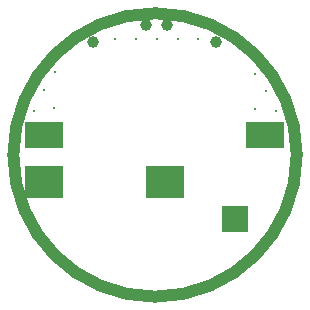
<source format=gbs>
G04 Layer_Color=16711935*
%FSLAX25Y25*%
%MOIN*%
G70*
G01*
G75*
%ADD13C,0.03937*%
%ADD18C,0.03937*%
%ADD22C,0.00800*%
%ADD23R,0.12611X0.08674*%
%ADD24R,0.12611X0.10642*%
%ADD25R,0.08674X0.08674*%
D13*
X20374Y37500D02*
D03*
X-20571D02*
D03*
X-2953Y43209D02*
D03*
X4232Y43307D02*
D03*
D18*
X47343Y-98D02*
G03*
X47343Y-98I-47244J0D01*
G01*
D22*
X-13156Y38484D02*
D03*
X14534D02*
D03*
X689D02*
D03*
X-33169Y27657D02*
D03*
X-33563Y15453D02*
D03*
X-40256Y14567D02*
D03*
X33465Y15157D02*
D03*
X37106Y21063D02*
D03*
X33366Y26870D02*
D03*
X-6234Y38484D02*
D03*
X7611D02*
D03*
X40354Y14567D02*
D03*
X-36909Y21555D02*
D03*
D23*
Y6594D02*
D03*
X36811D02*
D03*
D24*
X-36811Y-8957D02*
D03*
X3445Y-9055D02*
D03*
D25*
X26673Y-21358D02*
D03*
M02*

</source>
